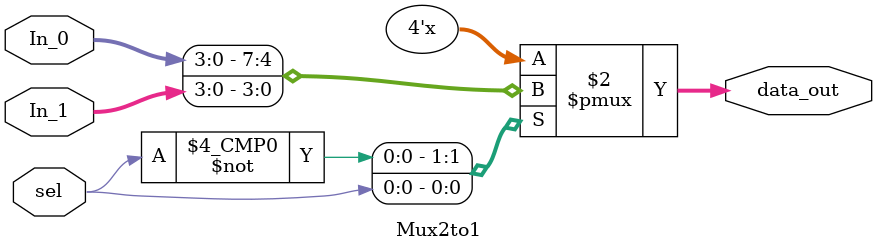
<source format=sv>
module Mux2to1 #(parameter N = 4)(
	input logic sel,
	input logic [N-1:0] In_0,
	input logic [N-1:0]In_1,
	output logic [N-1:0] data_out);
	always_comb begin
		case (sel)
			1'b0: begin
				data_out <= In_0;
			end
			1'b1: begin
				data_out <= In_1;
			end			
		endcase
	end
endmodule
</source>
